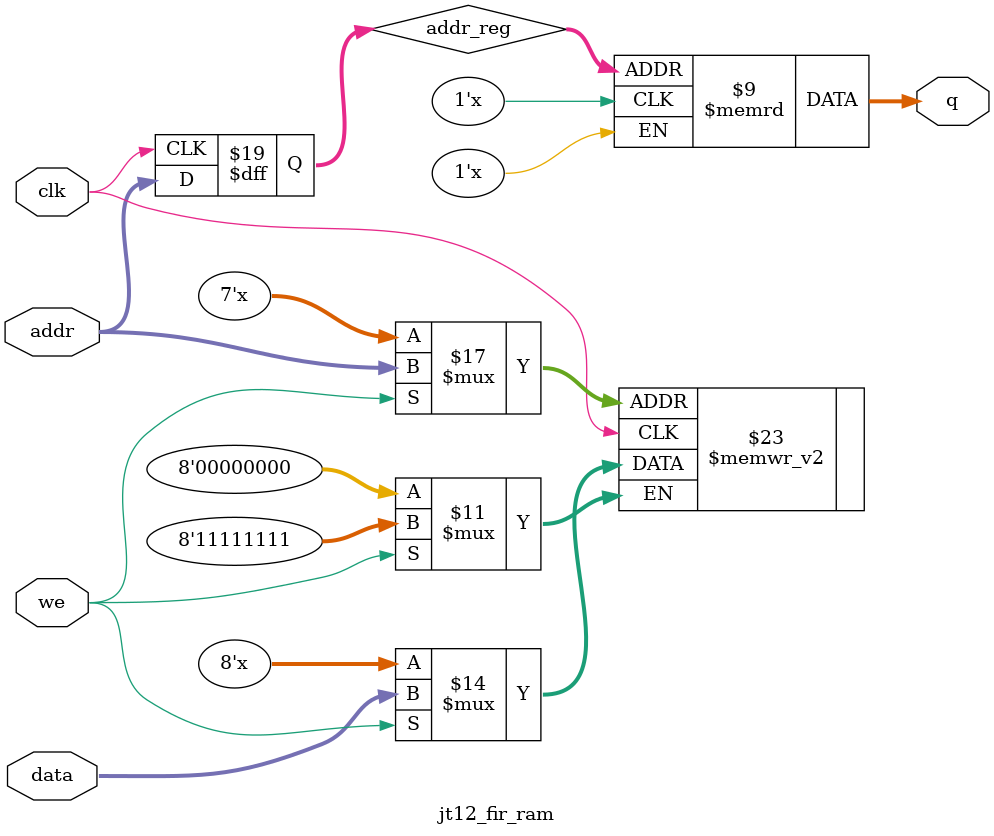
<source format=v>
/*  This file is part of JT12.

    JT12 is free software: you can redistribute it and/or modify
    it under the terms of the GNU General Public License as published by
    the Free Software Foundation, either version 3 of the License, or
    (at your option) any later version.

    JT12 is distributed in the hope that it will be useful,
    but WITHOUT ANY WARRANTY; without even the implied warranty of
    MERCHANTABILITY or FITNESS FOR A PARTICULAR PURPOSE.  See the
    GNU General Public License for more details.

    You should have received a copy of the GNU General Public License
    along with JT12.  If not, see <http://www.gnu.org/licenses/>.

	Author: Jose Tejada Gomez. Twitter: @topapate
	Version: 1.0
	Date: March, 7th 2017
	*/

`timescale 1ns / 1ps

module jt12_fir_ram 
#(parameter data_width=8, parameter addr_width=7)
(
	input [(data_width-1):0] data,
	input [(addr_width-1):0] addr,
	input we, clk,
	output [(data_width-1):0] q
);

(* ramstyle = "no_rw_check" *) reg [data_width-1:0] ram[2**addr_width-1:0];

	reg [addr_width-1:0] addr_reg;

	always @ (posedge clk) begin
		if (we)
			ram[addr] <= data;
		addr_reg <= addr;
	end
	
	assign q = ram[addr_reg];
endmodule

</source>
